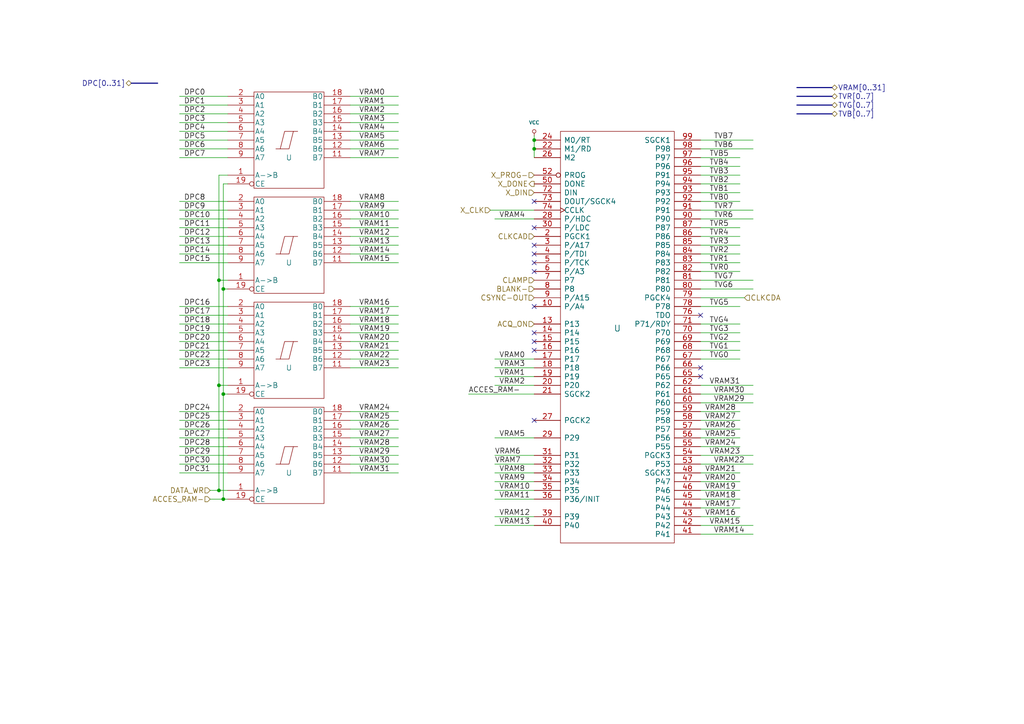
<source format=kicad_sch>
(kicad_sch (version 20220822) (generator eeschema)
  (paper "A4")
  (title_block (title "Video") (date "Sun 22 Mar 2015") (rev "2.0B") (company "Kicad EDA"))
  (lib_symbols
    (symbol "video_schlib:74LS245" (pin_names (offset 0.254))
      (property "Reference" "U" (at 2.54 14.605 0))
      (property "Value" "74LS245" (at 1.27 -14.605 0))
      (symbol "74LS245_0_0"
        (pin power_in line (at 0 -13.97 90) (length 0) hide (name "GND") (number "10"))
        (pin power_in line (at 0 13.97 270) (length 0) hide (name "VCC") (number "20"))
      )
      (symbol "74LS245_0_1"
        (rectangle (start -10.16 13.97) (end 10.16 -13.97))
        (polyline (pts (xy 1.27 2.54) (xy 0 -2.54) (xy -2.54 -2.54)))
        (polyline (pts (xy 2.54 2.54) (xy -1.27 2.54) (xy -2.54 -2.54) (xy -3.81 -2.54)))
      )
      (symbol "74LS245_1_1"
        (pin input line (at -17.78 -10.16 0) (length 7.62) (name "A->B") (number "1"))
        (pin tri_state line (at 17.78 -5.08 180) (length 7.62) (name "B7") (number "11"))
        (pin tri_state line (at 17.78 -2.54 180) (length 7.62) (name "B6") (number "12"))
        (pin tri_state line (at 17.78 0 180) (length 7.62) (name "B5") (number "13"))
        (pin tri_state line (at 17.78 2.54 180) (length 7.62) (name "B4") (number "14"))
        (pin tri_state line (at 17.78 5.08 180) (length 7.62) (name "B3") (number "15"))
        (pin tri_state line (at 17.78 7.62 180) (length 7.62) (name "B2") (number "16"))
        (pin tri_state line (at 17.78 10.16 180) (length 7.62) (name "B1") (number "17"))
        (pin tri_state line (at 17.78 12.7 180) (length 7.62) (name "B0") (number "18"))
        (pin input inverted (at -17.78 -12.7 0) (length 7.62) (name "CE") (number "19"))
        (pin tri_state line (at -17.78 12.7 0) (length 7.62) (name "A0") (number "2"))
        (pin tri_state line (at -17.78 10.16 0) (length 7.62) (name "A1") (number "3"))
        (pin tri_state line (at -17.78 7.62 0) (length 7.62) (name "A2") (number "4"))
        (pin tri_state line (at -17.78 5.08 0) (length 7.62) (name "A3") (number "5"))
        (pin tri_state line (at -17.78 2.54 0) (length 7.62) (name "A4") (number "6"))
        (pin tri_state line (at -17.78 0 0) (length 7.62) (name "A5") (number "7"))
        (pin tri_state line (at -17.78 -2.54 0) (length 7.62) (name "A6") (number "8"))
        (pin tri_state line (at -17.78 -5.08 0) (length 7.62) (name "A7") (number "9"))
      )
    )
    (symbol "video_schlib:VCC" (power) (pin_names (offset 0))
      (property "Value" "VCC" (at 0 2.54 0))
      (symbol "VCC_0_0"
        (pin power_in line (at 0 0 90) (length 0) hide (name "VCC") (number "1"))
      )
      (symbol "VCC_0_1"
        (polyline (pts (xy 0 0) (xy 0 0.762) (xy 0 0.762)))
        (circle (center 0 1.27) (radius 0.508))
      )
    )
    (symbol "video_schlib:XC4003-VQ100" (pin_names (offset 1.016))
      (property "Reference" "U" (at 0 2.54 0))
      (property "Value" "XC4003-VQ100" (at 0 -2.54 0))
      (symbol "XC4003-VQ100_0_1"
        (rectangle (start -16.51 -59.69) (end 16.51 59.69))
      )
      (symbol "XC4003-VQ100_1_1"
        (pin power_in line (at -13.97 -59.69 90) (length 0) hide (name "GND") (number "1"))
        (pin passive line (at -24.13 8.89 0) (length 7.62) (name "P/A4") (number "10"))
        (pin power_in line (at 3.81 59.69 270) (length 0) hide (name "VCC") (number "100"))
        (pin power_in line (at -11.43 -59.69 90) (length 0) hide (name "GND") (number "11"))
        (pin power_in line (at -13.97 59.69 270) (length 0) hide (name "VCC") (number "12"))
        (pin bidirectional line (at -24.13 3.81 0) (length 7.62) (name "P13") (number "13"))
        (pin passive line (at -24.13 1.27 0) (length 7.62) (name "P14") (number "14"))
        (pin passive line (at -24.13 -1.27 0) (length 7.62) (name "P15") (number "15"))
        (pin passive line (at -24.13 -3.81 0) (length 7.62) (name "P16") (number "16"))
        (pin passive line (at -24.13 -6.35 0) (length 7.62) (name "P17") (number "17"))
        (pin passive line (at -24.13 -8.89 0) (length 7.62) (name "P18") (number "18"))
        (pin passive line (at -24.13 -11.43 0) (length 7.62) (name "P19") (number "19"))
        (pin passive line (at -24.13 29.21 0) (length 7.62) (name "PGCK1") (number "2"))
        (pin passive line (at -24.13 -13.97 0) (length 7.62) (name "P20") (number "20"))
        (pin passive line (at -24.13 -16.51 0) (length 7.62) (name "SGCK2") (number "21"))
        (pin input line (at -24.13 54.61 0) (length 7.62) (name "M1/RD") (number "22"))
        (pin power_in line (at -8.89 -59.69 90) (length 0) hide (name "GND") (number "23"))
        (pin input line (at -24.13 57.15 0) (length 7.62) (name "M0/RT") (number "24"))
        (pin power_in line (at -11.43 59.69 270) (length 0) hide (name "VCC") (number "25"))
        (pin passive line (at -24.13 52.07 0) (length 7.62) (name "M2") (number "26"))
        (pin passive line (at -24.13 -24.13 0) (length 7.62) (name "PGCK2") (number "27"))
        (pin passive line (at -24.13 34.29 0) (length 7.62) (name "P/HDC") (number "28"))
        (pin passive line (at -24.13 -29.21 0) (length 7.62) (name "P29") (number "29"))
        (pin passive line (at -24.13 26.67 0) (length 7.62) (name "P/A17") (number "3"))
        (pin passive line (at -24.13 31.75 0) (length 7.62) (name "P/LDC") (number "30"))
        (pin passive line (at -24.13 -34.29 0) (length 7.62) (name "P31") (number "31"))
        (pin passive line (at -24.13 -36.83 0) (length 7.62) (name "P32") (number "32"))
        (pin passive line (at -24.13 -39.37 0) (length 7.62) (name "P33") (number "33"))
        (pin passive line (at -24.13 -41.91 0) (length 7.62) (name "P34") (number "34"))
        (pin passive line (at -24.13 -44.45 0) (length 7.62) (name "P35") (number "35"))
        (pin passive line (at -24.13 -46.99 0) (length 7.62) (name "P36/INIT") (number "36"))
        (pin power_in line (at -8.89 59.69 270) (length 0) hide (name "VCC") (number "37"))
        (pin power_in line (at -6.35 -59.69 90) (length 0) hide (name "GND") (number "38"))
        (pin passive line (at -24.13 -52.07 0) (length 7.62) (name "P39") (number "39"))
        (pin passive line (at -24.13 24.13 0) (length 7.62) (name "P/TDI") (number "4"))
        (pin passive line (at -24.13 -54.61 0) (length 7.62) (name "P40") (number "40"))
        (pin passive line (at 24.13 -57.15 180) (length 7.62) (name "P41") (number "41"))
        (pin passive line (at 24.13 -54.61 180) (length 7.62) (name "P42") (number "42"))
        (pin passive line (at 24.13 -52.07 180) (length 7.62) (name "P43") (number "43"))
        (pin passive line (at 24.13 -49.53 180) (length 7.62) (name "P44") (number "44"))
        (pin passive line (at 24.13 -46.99 180) (length 7.62) (name "P45") (number "45"))
        (pin passive line (at 24.13 -44.45 180) (length 7.62) (name "P46") (number "46"))
        (pin passive line (at 24.13 -41.91 180) (length 7.62) (name "P47") (number "47"))
        (pin passive line (at 24.13 -39.37 180) (length 7.62) (name "SGCK3") (number "48"))
        (pin power_in line (at -3.81 -59.69 90) (length 0) hide (name "GND") (number "49"))
        (pin passive line (at -24.13 21.59 0) (length 7.62) (name "P/TCK") (number "5"))
        (pin open_collector line (at -24.13 44.45 0) (length 7.62) (name "DONE") (number "50"))
        (pin power_in line (at -6.35 59.69 270) (length 0) hide (name "VCC") (number "51"))
        (pin input inverted (at -24.13 46.99 0) (length 7.62) (name "PROG") (number "52"))
        (pin bidirectional line (at 24.13 -36.83 180) (length 7.62) (name "P53") (number "53"))
        (pin bidirectional line (at 24.13 -34.29 180) (length 7.62) (name "PGCK3") (number "54"))
        (pin passive line (at 24.13 -31.75 180) (length 7.62) (name "P55") (number "55"))
        (pin bidirectional line (at 24.13 -29.21 180) (length 7.62) (name "P56") (number "56"))
        (pin passive line (at 24.13 -26.67 180) (length 7.62) (name "P57") (number "57"))
        (pin passive line (at 24.13 -24.13 180) (length 7.62) (name "P58") (number "58"))
        (pin passive line (at 24.13 -21.59 180) (length 7.62) (name "P59") (number "59"))
        (pin passive line (at -24.13 19.05 0) (length 7.62) (name "P/A3") (number "6"))
        (pin passive line (at 24.13 -19.05 180) (length 7.62) (name "P60") (number "60"))
        (pin passive line (at 24.13 -16.51 180) (length 7.62) (name "P61") (number "61"))
        (pin passive line (at 24.13 -13.97 180) (length 7.62) (name "P62") (number "62"))
        (pin power_in line (at -3.81 59.69 270) (length 0) hide (name "VCC") (number "63"))
        (pin power_in line (at -1.27 -59.69 90) (length 0) hide (name "GND") (number "64"))
        (pin passive line (at 24.13 -11.43 180) (length 7.62) (name "P65") (number "65"))
        (pin passive line (at 24.13 -8.89 180) (length 7.62) (name "P66") (number "66"))
        (pin passive line (at 24.13 -6.35 180) (length 7.62) (name "P67") (number "67"))
        (pin passive line (at 24.13 -3.81 180) (length 7.62) (name "P68") (number "68"))
        (pin passive line (at 24.13 -1.27 180) (length 7.62) (name "P69") (number "69"))
        (pin passive line (at -24.13 16.51 0) (length 7.62) (name "P7") (number "7"))
        (pin passive line (at 24.13 1.27 180) (length 7.62) (name "P70") (number "70"))
        (pin passive line (at 24.13 3.81 180) (length 7.62) (name "P71/RDY") (number "71"))
        (pin passive line (at -24.13 41.91 0) (length 7.62) (name "DIN") (number "72"))
        (pin passive line (at -24.13 39.37 0) (length 7.62) (name "DOUT/SGCK4") (number "73"))
        (pin input clock (at -24.13 36.83 0) (length 7.62) (name "CCLK") (number "74"))
        (pin power_in line (at -1.27 59.69 270) (length 0) hide (name "VCC") (number "75"))
        (pin output line (at 24.13 6.35 180) (length 7.62) (name "TDO") (number "76"))
        (pin power_in line (at 1.27 -59.69 90) (length 0) hide (name "GND") (number "77"))
        (pin passive line (at 24.13 8.89 180) (length 7.62) (name "P78") (number "78"))
        (pin passive line (at 24.13 11.43 180) (length 7.62) (name "PGCK4") (number "79"))
        (pin passive line (at -24.13 13.97 0) (length 7.62) (name "P8") (number "8"))
        (pin passive line (at 24.13 13.97 180) (length 7.62) (name "P80") (number "80"))
        (pin passive line (at 24.13 16.51 180) (length 7.62) (name "P81") (number "81"))
        (pin passive line (at 24.13 19.05 180) (length 7.62) (name "P82") (number "82"))
        (pin passive line (at 24.13 21.59 180) (length 7.62) (name "P83") (number "83"))
        (pin passive line (at 24.13 24.13 180) (length 7.62) (name "P84") (number "84"))
        (pin passive line (at 24.13 26.67 180) (length 7.62) (name "P85") (number "85"))
        (pin passive line (at 24.13 29.21 180) (length 7.62) (name "P86") (number "86"))
        (pin passive line (at 24.13 31.75 180) (length 7.62) (name "P87") (number "87"))
        (pin power_in line (at 3.81 -59.69 90) (length 0) hide (name "GND") (number "88"))
        (pin power_in line (at 1.27 59.69 270) (length 0) hide (name "VCC") (number "89"))
        (pin passive line (at -24.13 11.43 0) (length 7.62) (name "P/A15") (number "9"))
        (pin bidirectional line (at 24.13 34.29 180) (length 7.62) (name "P90") (number "90"))
        (pin passive line (at 24.13 36.83 180) (length 7.62) (name "P91") (number "91"))
        (pin passive line (at 24.13 39.37 180) (length 7.62) (name "P92") (number "92"))
        (pin passive line (at 24.13 41.91 180) (length 7.62) (name "P93") (number "93"))
        (pin passive line (at 24.13 44.45 180) (length 7.62) (name "P94") (number "94"))
        (pin passive line (at 24.13 46.99 180) (length 7.62) (name "P91") (number "95"))
        (pin passive line (at 24.13 49.53 180) (length 7.62) (name "P96") (number "96"))
        (pin passive line (at 24.13 52.07 180) (length 7.62) (name "P97") (number "97"))
        (pin bidirectional line (at 24.13 54.61 180) (length 7.62) (name "P98") (number "98"))
        (pin bidirectional line (at 24.13 57.15 180) (length 7.62) (name "SGCK1") (number "99"))
      )
    )
  )
  (junction (at 154.94 40.64) (diameter 0.9144))
  (junction (at 64.77 144.78) (diameter 0.9144))
  (junction (at 63.5 81.28) (diameter 0.9144))
  (junction (at 154.94 43.18) (diameter 0.9144))
  (junction (at 64.77 114.3) (diameter 0.9144))
  (junction (at 63.5 111.76) (diameter 0.9144))
  (junction (at 64.77 83.82) (diameter 0.9144))
  (junction (at 63.5 142.24) (diameter 0.9144))
  (no_connect (at 154.94 96.52))
  (no_connect (at 154.94 58.42))
  (no_connect (at 154.94 73.66))
  (no_connect (at 154.94 78.74))
  (no_connect (at 154.94 66.04))
  (no_connect (at 154.94 71.12))
  (no_connect (at 203.2 109.22))
  (no_connect (at 203.2 91.44))
  (no_connect (at 154.94 88.9))
  (no_connect (at 154.94 76.2))
  (no_connect (at 203.2 106.68))
  (no_connect (at 154.94 121.92))
  (no_connect (at 154.94 99.06))
  (no_connect (at 154.94 101.6))
  (wire (pts (xy 66.04 101.6) (xy 52.07 101.6)))
  (wire (pts (xy 143.51 149.86) (xy 154.94 149.86)))
  (wire (pts (xy 101.6 93.98) (xy 115.57 93.98)))
  (wire (pts (xy 154.94 40.64) (xy 154.94 39.37)))
  (wire (pts (xy 203.2 93.98) (xy 214.63 93.98)))
  (wire (pts (xy 203.2 101.6) (xy 214.63 101.6)))
  (wire (pts (xy 154.94 43.18) (xy 154.94 40.64)))
  (wire (pts (xy 143.51 127) (xy 154.94 127)))
  (wire (pts (xy 63.5 50.8) (xy 66.04 50.8)))
  (wire (pts (xy 143.51 144.78) (xy 154.94 144.78)))
  (wire (pts (xy 63.5 142.24) (xy 66.04 142.24)))
  (wire (pts (xy 66.04 63.5) (xy 52.07 63.5)))
  (wire (pts (xy 154.94 45.72) (xy 154.94 43.18)))
  (wire (pts (xy 101.6 45.72) (xy 115.57 45.72)))
  (wire (pts (xy 66.04 45.72) (xy 52.07 45.72)))
  (wire (pts (xy 66.04 66.04) (xy 52.07 66.04)))
  (wire (pts (xy 66.04 27.94) (xy 52.07 27.94)))
  (wire (pts (xy 66.04 58.42) (xy 52.07 58.42)))
  (wire (pts (xy 101.6 58.42) (xy 115.57 58.42)))
  (wire (pts (xy 101.6 134.62) (xy 115.57 134.62)))
  (wire (pts (xy 64.77 83.82) (xy 64.77 53.34)))
  (wire (pts (xy 203.2 45.72) (xy 214.63 45.72)))
  (wire (pts (xy 203.2 121.92) (xy 214.63 121.92)))
  (wire (pts (xy 218.44 81.28) (xy 203.2 81.28)))
  (wire (pts (xy 203.2 139.7) (xy 214.63 139.7)))
  (bus (pts (xy 231.14 25.4) (xy 241.3 25.4)))
  (wire (pts (xy 203.2 88.9) (xy 214.63 88.9)))
  (wire (pts (xy 218.44 152.4) (xy 203.2 152.4)))
  (wire (pts (xy 66.04 88.9) (xy 52.07 88.9)))
  (wire (pts (xy 218.44 114.3) (xy 203.2 114.3)))
  (wire (pts (xy 66.04 83.82) (xy 64.77 83.82)))
  (wire (pts (xy 66.04 30.48) (xy 52.07 30.48)))
  (wire (pts (xy 66.04 132.08) (xy 52.07 132.08)))
  (wire (pts (xy 154.94 60.96) (xy 142.24 60.96)))
  (wire (pts (xy 101.6 91.44) (xy 115.57 91.44)))
  (wire (pts (xy 101.6 101.6) (xy 115.57 101.6)))
  (wire (pts (xy 66.04 73.66) (xy 52.07 73.66)))
  (wire (pts (xy 66.04 35.56) (xy 52.07 35.56)))
  (wire (pts (xy 143.51 111.76) (xy 154.94 111.76)))
  (wire (pts (xy 143.51 152.4) (xy 154.94 152.4)))
  (wire (pts (xy 203.2 78.74) (xy 214.63 78.74)))
  (wire (pts (xy 203.2 124.46) (xy 214.63 124.46)))
  (wire (pts (xy 101.6 35.56) (xy 115.57 35.56)))
  (bus (pts (xy 231.14 30.48) (xy 241.3 30.48)))
  (wire (pts (xy 101.6 63.5) (xy 115.57 63.5)))
  (wire (pts (xy 101.6 73.66) (xy 115.57 73.66)))
  (wire (pts (xy 203.2 127) (xy 214.63 127)))
  (wire (pts (xy 66.04 127) (xy 52.07 127)))
  (wire (pts (xy 218.44 132.08) (xy 203.2 132.08)))
  (wire (pts (xy 66.04 119.38) (xy 52.07 119.38)))
  (wire (pts (xy 63.5 111.76) (xy 63.5 81.28)))
  (wire (pts (xy 101.6 137.16) (xy 115.57 137.16)))
  (wire (pts (xy 64.77 114.3) (xy 64.77 83.82)))
  (wire (pts (xy 101.6 43.18) (xy 115.57 43.18)))
  (wire (pts (xy 66.04 114.3) (xy 64.77 114.3)))
  (wire (pts (xy 101.6 66.04) (xy 115.57 66.04)))
  (wire (pts (xy 101.6 121.92) (xy 115.57 121.92)))
  (wire (pts (xy 203.2 66.04) (xy 214.63 66.04)))
  (wire (pts (xy 218.44 111.76) (xy 203.2 111.76)))
  (wire (pts (xy 64.77 53.34) (xy 66.04 53.34)))
  (wire (pts (xy 203.2 144.78) (xy 214.63 144.78)))
  (wire (pts (xy 101.6 124.46) (xy 115.57 124.46)))
  (wire (pts (xy 218.44 43.18) (xy 203.2 43.18)))
  (wire (pts (xy 66.04 93.98) (xy 52.07 93.98)))
  (wire (pts (xy 203.2 50.8) (xy 214.63 50.8)))
  (wire (pts (xy 66.04 121.92) (xy 52.07 121.92)))
  (wire (pts (xy 203.2 73.66) (xy 214.63 73.66)))
  (wire (pts (xy 203.2 99.06) (xy 214.63 99.06)))
  (wire (pts (xy 66.04 99.06) (xy 52.07 99.06)))
  (wire (pts (xy 66.04 68.58) (xy 52.07 68.58)))
  (wire (pts (xy 66.04 91.44) (xy 52.07 91.44)))
  (wire (pts (xy 203.2 68.58) (xy 214.63 68.58)))
  (wire (pts (xy 66.04 104.14) (xy 52.07 104.14)))
  (wire (pts (xy 203.2 53.34) (xy 214.63 53.34)))
  (wire (pts (xy 203.2 104.14) (xy 214.63 104.14)))
  (wire (pts (xy 60.96 142.24) (xy 63.5 142.24)))
  (wire (pts (xy 203.2 129.54) (xy 214.63 129.54)))
  (wire (pts (xy 66.04 124.46) (xy 52.07 124.46)))
  (wire (pts (xy 218.44 60.96) (xy 203.2 60.96)))
  (wire (pts (xy 203.2 119.38) (xy 214.63 119.38)))
  (wire (pts (xy 66.04 96.52) (xy 52.07 96.52)))
  (wire (pts (xy 101.6 104.14) (xy 115.57 104.14)))
  (wire (pts (xy 218.44 63.5) (xy 203.2 63.5)))
  (wire (pts (xy 66.04 38.1) (xy 52.07 38.1)))
  (wire (pts (xy 203.2 55.88) (xy 214.63 55.88)))
  (wire (pts (xy 143.51 142.24) (xy 154.94 142.24)))
  (wire (pts (xy 203.2 137.16) (xy 214.63 137.16)))
  (wire (pts (xy 203.2 48.26) (xy 214.63 48.26)))
  (wire (pts (xy 143.51 139.7) (xy 154.94 139.7)))
  (wire (pts (xy 101.6 132.08) (xy 115.57 132.08)))
  (wire (pts (xy 101.6 88.9) (xy 115.57 88.9)))
  (wire (pts (xy 101.6 99.06) (xy 115.57 99.06)))
  (wire (pts (xy 63.5 142.24) (xy 63.5 111.76)))
  (wire (pts (xy 66.04 43.18) (xy 52.07 43.18)))
  (wire (pts (xy 203.2 147.32) (xy 214.63 147.32)))
  (wire (pts (xy 101.6 33.02) (xy 115.57 33.02)))
  (wire (pts (xy 101.6 106.68) (xy 115.57 106.68)))
  (wire (pts (xy 66.04 60.96) (xy 52.07 60.96)))
  (wire (pts (xy 101.6 30.48) (xy 115.57 30.48)))
  (wire (pts (xy 66.04 106.68) (xy 52.07 106.68)))
  (wire (pts (xy 218.44 40.64) (xy 203.2 40.64)))
  (wire (pts (xy 143.51 106.68) (xy 154.94 106.68)))
  (bus (pts (xy 231.14 33.02) (xy 241.3 33.02)))
  (wire (pts (xy 101.6 96.52) (xy 115.57 96.52)))
  (bus (pts (xy 38.1 24.13) (xy 45.72 24.13)))
  (wire (pts (xy 203.2 76.2) (xy 214.63 76.2)))
  (wire (pts (xy 66.04 144.78) (xy 64.77 144.78)))
  (wire (pts (xy 101.6 129.54) (xy 115.57 129.54)))
  (wire (pts (xy 203.2 96.52) (xy 214.63 96.52)))
  (wire (pts (xy 101.6 127) (xy 115.57 127)))
  (wire (pts (xy 66.04 129.54) (xy 52.07 129.54)))
  (wire (pts (xy 218.44 83.82) (xy 203.2 83.82)))
  (wire (pts (xy 66.04 137.16) (xy 52.07 137.16)))
  (wire (pts (xy 66.04 33.02) (xy 52.07 33.02)))
  (wire (pts (xy 66.04 40.64) (xy 52.07 40.64)))
  (wire (pts (xy 64.77 144.78) (xy 64.77 114.3)))
  (wire (pts (xy 154.94 134.62) (xy 143.51 134.62)))
  (wire (pts (xy 101.6 38.1) (xy 115.57 38.1)))
  (wire (pts (xy 203.2 142.24) (xy 214.63 142.24)))
  (wire (pts (xy 218.44 154.94) (xy 203.2 154.94)))
  (wire (pts (xy 143.51 109.22) (xy 154.94 109.22)))
  (wire (pts (xy 203.2 86.36) (xy 215.9 86.36)))
  (wire (pts (xy 64.77 144.78) (xy 60.96 144.78)))
  (wire (pts (xy 101.6 119.38) (xy 115.57 119.38)))
  (wire (pts (xy 101.6 40.64) (xy 115.57 40.64)))
  (wire (pts (xy 101.6 60.96) (xy 115.57 60.96)))
  (wire (pts (xy 154.94 114.3) (xy 135.89 114.3)))
  (wire (pts (xy 143.51 137.16) (xy 154.94 137.16)))
  (wire (pts (xy 66.04 81.28) (xy 63.5 81.28)))
  (wire (pts (xy 203.2 71.12) (xy 214.63 71.12)))
  (wire (pts (xy 66.04 134.62) (xy 52.07 134.62)))
  (wire (pts (xy 101.6 76.2) (xy 115.57 76.2)))
  (wire (pts (xy 66.04 76.2) (xy 52.07 76.2)))
  (wire (pts (xy 203.2 58.42) (xy 214.63 58.42)))
  (wire (pts (xy 66.04 111.76) (xy 63.5 111.76)))
  (wire (pts (xy 63.5 81.28) (xy 63.5 50.8)))
  (wire (pts (xy 66.04 71.12) (xy 52.07 71.12)))
  (wire (pts (xy 101.6 68.58) (xy 115.57 68.58)))
  (wire (pts (xy 143.51 63.5) (xy 154.94 63.5)))
  (wire (pts (xy 101.6 27.94) (xy 115.57 27.94)))
  (wire (pts (xy 101.6 71.12) (xy 115.57 71.12)))
  (wire (pts (xy 218.44 116.84) (xy 203.2 116.84)))
  (wire (pts (xy 143.51 104.14) (xy 154.94 104.14)))
  (wire (pts (xy 218.44 134.62) (xy 203.2 134.62)))
  (wire (pts (xy 203.2 149.86) (xy 214.63 149.86)))
  (bus (pts (xy 231.14 27.94) (xy 241.3 27.94)))
  (wire (pts (xy 154.94 132.08) (xy 143.51 132.08)))
  (label "DPC1" (at 53.34 30.48 0) (effects (font (size 1.524 1.524))))
  (label "VRAM10" (at 144.78 142.24 0) (effects (font (size 1.524 1.524))))
  (label "TVR2" (at 205.74 73.66 0) (effects (font (size 1.524 1.524))))
  (label "VRAM30" (at 104.14 134.62 0) (effects (font (size 1.524 1.524))))
  (label "TVB4" (at 205.74 48.26 0) (effects (font (size 1.524 1.524))))
  (label "VRAM24" (at 204.47 129.54 0) (effects (font (size 1.524 1.524))))
  (label "VRAM8" (at 104.14 58.42 0) (effects (font (size 1.524 1.524))))
  (label "DPC27" (at 53.34 127 0) (effects (font (size 1.524 1.524))))
  (label "TVR0" (at 205.74 78.74 0) (effects (font (size 1.524 1.524))))
  (label "VRAM5" (at 104.14 40.64 0) (effects (font (size 1.524 1.524))))
  (label "TVB0" (at 205.74 58.42 0) (effects (font (size 1.524 1.524))))
  (label "DPC17" (at 53.34 91.44 0) (effects (font (size 1.524 1.524))))
  (label "DPC3" (at 53.34 35.56 0) (effects (font (size 1.524 1.524))))
  (label "VRAM8" (at 144.78 137.16 0) (effects (font (size 1.524 1.524))))
  (label "VRAM27" (at 204.47 121.92 0) (effects (font (size 1.524 1.524))))
  (label "VRAM11" (at 144.78 144.78 0) (effects (font (size 1.524 1.524))))
  (label "VRAM21" (at 104.14 101.6 0) (effects (font (size 1.524 1.524))))
  (label "VRAM14" (at 207.01 154.94 0) (effects (font (size 1.524 1.524))))
  (label "VRAM11" (at 104.14 66.04 0) (effects (font (size 1.524 1.524))))
  (label "VRAM20" (at 104.14 99.06 0) (effects (font (size 1.524 1.524))))
  (label "VRAM24" (at 104.14 119.38 0) (effects (font (size 1.524 1.524))))
  (label "DPC16" (at 53.34 88.9 0) (effects (font (size 1.524 1.524))))
  (label "VRAM9" (at 104.14 60.96 0) (effects (font (size 1.524 1.524))))
  (label "VRAM22" (at 207.01 134.62 0) (effects (font (size 1.524 1.524))))
  (label "VRAM5" (at 144.78 127 0) (effects (font (size 1.524 1.524))))
  (label "VRAM19" (at 204.47 142.24 0) (effects (font (size 1.524 1.524))))
  (label "TVG2" (at 205.74 99.06 0) (effects (font (size 1.524 1.524))))
  (label "VRAM17" (at 204.47 147.32 0) (effects (font (size 1.524 1.524))))
  (label "TVB7" (at 207.01 40.64 0) (effects (font (size 1.524 1.524))))
  (label "DPC18" (at 53.34 93.98 0) (effects (font (size 1.524 1.524))))
  (label "VRAM12" (at 144.78 149.86 0) (effects (font (size 1.524 1.524))))
  (label "VRAM3" (at 144.78 106.68 0) (effects (font (size 1.524 1.524))))
  (label "VRAM25" (at 104.14 121.92 0) (effects (font (size 1.524 1.524))))
  (label "VRAM30" (at 207.01 114.3 0) (effects (font (size 1.524 1.524))))
  (label "TVR4" (at 205.74 68.58 0) (effects (font (size 1.524 1.524))))
  (label "TVR5" (at 205.74 66.04 0) (effects (font (size 1.524 1.524))))
  (label "TVG4" (at 205.74 93.98 0) (effects (font (size 1.524 1.524))))
  (label "DPC20" (at 53.34 99.06 0) (effects (font (size 1.524 1.524))))
  (label "VRAM22" (at 104.14 104.14 0) (effects (font (size 1.524 1.524))))
  (label "DPC25" (at 53.34 121.92 0) (effects (font (size 1.524 1.524))))
  (label "VRAM12" (at 104.14 68.58 0) (effects (font (size 1.524 1.524))))
  (label "DPC6" (at 53.34 43.18 0) (effects (font (size 1.524 1.524))))
  (label "VRAM0" (at 144.78 104.14 0) (effects (font (size 1.524 1.524))))
  (label "TVB1" (at 205.74 55.88 0) (effects (font (size 1.524 1.524))))
  (label "DPC24" (at 53.34 119.38 0) (effects (font (size 1.524 1.524))))
  (label "VRAM27" (at 104.14 127 0) (effects (font (size 1.524 1.524))))
  (label "VRAM4" (at 104.14 38.1 0) (effects (font (size 1.524 1.524))))
  (label "VRAM23" (at 205.74 132.08 0) (effects (font (size 1.524 1.524))))
  (label "DPC10" (at 53.34 63.5 0) (effects (font (size 1.524 1.524))))
  (label "DPC12" (at 53.34 68.58 0) (effects (font (size 1.524 1.524))))
  (label "TVG5" (at 205.74 88.9 0) (effects (font (size 1.524 1.524))))
  (label "VRAM9" (at 144.78 139.7 0) (effects (font (size 1.524 1.524))))
  (label "VRAM31" (at 205.74 111.76 0) (effects (font (size 1.524 1.524))))
  (label "DPC0" (at 53.34 27.94 0) (effects (font (size 1.524 1.524))))
  (label "VRAM20" (at 204.47 139.7 0) (effects (font (size 1.524 1.524))))
  (label "DPC15" (at 53.34 76.2 0) (effects (font (size 1.524 1.524))))
  (label "TVB3" (at 205.74 50.8 0) (effects (font (size 1.524 1.524))))
  (label "DPC5" (at 53.34 40.64 0) (effects (font (size 1.524 1.524))))
  (label "VRAM0" (at 104.14 27.94 0) (effects (font (size 1.524 1.524))))
  (label "DPC29" (at 53.34 132.08 0) (effects (font (size 1.524 1.524))))
  (label "VRAM6" (at 143.51 132.08 0) (effects (font (size 1.524 1.524))))
  (label "VRAM16" (at 204.47 149.86 0) (effects (font (size 1.524 1.524))))
  (label "VRAM1" (at 104.14 30.48 0) (effects (font (size 1.524 1.524))))
  (label "VRAM18" (at 204.47 144.78 0) (effects (font (size 1.524 1.524))))
  (label "VRAM29" (at 104.14 132.08 0) (effects (font (size 1.524 1.524))))
  (label "VRAM18" (at 104.14 93.98 0) (effects (font (size 1.524 1.524))))
  (label "VRAM26" (at 104.14 124.46 0) (effects (font (size 1.524 1.524))))
  (label "TVG7" (at 207.01 81.28 0) (effects (font (size 1.524 1.524))))
  (label "VRAM6" (at 104.14 43.18 0) (effects (font (size 1.524 1.524))))
  (label "DPC28" (at 53.34 129.54 0) (effects (font (size 1.524 1.524))))
  (label "VRAM7" (at 104.14 45.72 0) (effects (font (size 1.524 1.524))))
  (label "VRAM7" (at 143.51 134.62 0) (effects (font (size 1.524 1.524))))
  (label "VRAM2" (at 144.78 111.76 0) (effects (font (size 1.524 1.524))))
  (label "VRAM14" (at 104.14 73.66 0) (effects (font (size 1.524 1.524))))
  (label "TVR3" (at 205.74 71.12 0) (effects (font (size 1.524 1.524))))
  (label "VRAM29" (at 207.01 116.84 0) (effects (font (size 1.524 1.524))))
  (label "DPC11" (at 53.34 66.04 0) (effects (font (size 1.524 1.524))))
  (label "VRAM2" (at 104.14 33.02 0) (effects (font (size 1.524 1.524))))
  (label "DPC8" (at 53.34 58.42 0) (effects (font (size 1.524 1.524))))
  (label "DPC7" (at 53.34 45.72 0) (effects (font (size 1.524 1.524))))
  (label "TVB6" (at 207.01 43.18 0) (effects (font (size 1.524 1.524))))
  (label "DPC19" (at 53.34 96.52 0) (effects (font (size 1.524 1.524))))
  (label "DPC14" (at 53.34 73.66 0) (effects (font (size 1.524 1.524))))
  (label "DPC31" (at 53.34 137.16 0) (effects (font (size 1.524 1.524))))
  (label "VRAM13" (at 104.14 71.12 0) (effects (font (size 1.524 1.524))))
  (label "TVB5" (at 205.74 45.72 0) (effects (font (size 1.524 1.524))))
  (label "VRAM28" (at 204.47 119.38 0) (effects (font (size 1.524 1.524))))
  (label "TVR6" (at 207.01 63.5 0) (effects (font (size 1.524 1.524))))
  (label "DPC23" (at 53.34 106.68 0) (effects (font (size 1.524 1.524))))
  (label "DPC21" (at 53.34 101.6 0) (effects (font (size 1.524 1.524))))
  (label "VRAM1" (at 144.78 109.22 0) (effects (font (size 1.524 1.524))))
  (label "VRAM28" (at 104.14 129.54 0) (effects (font (size 1.524 1.524))))
  (label "TVR1" (at 205.74 76.2 0) (effects (font (size 1.524 1.524))))
  (label "VRAM15" (at 104.14 76.2 0) (effects (font (size 1.524 1.524))))
  (label "DPC26" (at 53.34 124.46 0) (effects (font (size 1.524 1.524))))
  (label "TVG0" (at 205.74 104.14 0) (effects (font (size 1.524 1.524))))
  (label "VRAM4" (at 144.78 63.5 0) (effects (font (size 1.524 1.524))))
  (label "TVR7" (at 207.01 60.96 0) (effects (font (size 1.524 1.524))))
  (label "TVG6" (at 207.01 83.82 0) (effects (font (size 1.524 1.524))))
  (label "VRAM3" (at 104.14 35.56 0) (effects (font (size 1.524 1.524))))
  (label "DPC2" (at 53.34 33.02 0) (effects (font (size 1.524 1.524))))
  (label "DPC13" (at 53.34 71.12 0) (effects (font (size 1.524 1.524))))
  (label "VRAM31" (at 104.14 137.16 0) (effects (font (size 1.524 1.524))))
  (label "ACCES_RAM-" (at 135.89 114.3 0) (effects (font (size 1.524 1.524))))
  (label "TVB2" (at 205.74 53.34 0) (effects (font (size 1.524 1.524))))
  (label "VRAM16" (at 104.14 88.9 0) (effects (font (size 1.524 1.524))))
  (label "DPC30" (at 53.34 134.62 0) (effects (font (size 1.524 1.524))))
  (label "TVG1" (at 205.74 101.6 0) (effects (font (size 1.524 1.524))))
  (label "VRAM26" (at 204.47 124.46 0) (effects (font (size 1.524 1.524))))
  (label "DPC4" (at 53.34 38.1 0) (effects (font (size 1.524 1.524))))
  (label "VRAM17" (at 104.14 91.44 0) (effects (font (size 1.524 1.524))))
  (label "VRAM23" (at 104.14 106.68 0) (effects (font (size 1.524 1.524))))
  (label "VRAM15" (at 205.74 152.4 0) (effects (font (size 1.524 1.524))))
  (label "VRAM13" (at 144.78 152.4 0) (effects (font (size 1.524 1.524))))
  (label "VRAM21" (at 204.47 137.16 0) (effects (font (size 1.524 1.524))))
  (label "TVG3" (at 205.74 96.52 0) (effects (font (size 1.524 1.524))))
  (label "DPC9" (at 53.34 60.96 0) (effects (font (size 1.524 1.524))))
  (label "VRAM19" (at 104.14 96.52 0) (effects (font (size 1.524 1.524))))
  (label "VRAM25" (at 204.47 127 0) (effects (font (size 1.524 1.524))))
  (label "VRAM10" (at 104.14 63.5 0) (effects (font (size 1.524 1.524))))
  (label "DPC22" (at 53.34 104.14 0) (effects (font (size 1.524 1.524))))
  (hierarchical_label "X_CLK" (shape input) (at 142.24 60.96 180) (effects (font (size 1.524 1.524))))
  (hierarchical_label "CSYNC-OUT" (shape input) (at 154.94 86.36 180) (effects (font (size 1.524 1.524))))
  (hierarchical_label "CLAMP" (shape input) (at 154.94 81.28 180) (effects (font (size 1.524 1.524))))
  (hierarchical_label "TVG[0..7]" (shape bidirectional) (at 241.3 30.48 0) (effects (font (size 1.524 1.524))))
  (hierarchical_label "TVR[0..7]" (shape bidirectional) (at 241.3 27.94 0) (effects (font (size 1.524 1.524))))
  (hierarchical_label "X_PROG-" (shape input) (at 154.94 50.8 180) (effects (font (size 1.524 1.524))))
  (hierarchical_label "TVB[0..7]" (shape bidirectional) (at 241.3 33.02 0) (effects (font (size 1.524 1.524))))
  (hierarchical_label "CLKCAD" (shape input) (at 154.94 68.58 180) (effects (font (size 1.524 1.524))))
  (hierarchical_label "X_DONE" (shape output) (at 154.94 53.34 180) (effects (font (size 1.524 1.524))))
  (hierarchical_label "ACQ_ON" (shape input) (at 154.94 93.98 180) (effects (font (size 1.524 1.524))))
  (hierarchical_label "X_DIN" (shape input) (at 154.94 55.88 180) (effects (font (size 1.524 1.524))))
  (hierarchical_label "DPC[0..31]" (shape bidirectional) (at 38.1 24.13 180) (effects (font (size 1.524 1.524))))
  (hierarchical_label "DATA_WR" (shape input) (at 60.96 142.24 180) (effects (font (size 1.524 1.524))))
  (hierarchical_label "VRAM[0..31]" (shape bidirectional) (at 241.3 25.4 0) (effects (font (size 1.524 1.524))))
  (hierarchical_label "ACCES_RAM-" (shape input) (at 60.96 144.78 180) (effects (font (size 1.524 1.524))))
  (hierarchical_label "CLKCDA" (shape input) (at 215.9 86.36 0) (effects (font (size 1.524 1.524))))
  (hierarchical_label "BLANK-" (shape input) (at 154.94 83.82 180) (effects (font (size 1.524 1.524))))
  (symbol (lib_id "video_schlib:XC4003-VQ100") (at 179.07 97.79 0) (unit 1)
    (default_instance (reference "U") (unit 1) (value "") (footprint ""))
    (property "Reference" "U" (at 179.07 95.25 0) (effects (font (size 1.778 1.778))))
  )
  (symbol (lib_id "video_schlib:VCC") (at 154.94 39.37 0) (unit 1)
    (default_instance (reference "U") (unit 1) (value "") (footprint ""))
    (property "Reference" "U" (effects hide))
  )
  (symbol (lib_id "video_schlib:74LS245") (at 83.82 40.64 0) (unit 1)
    (default_instance (reference "U") (unit 1) (value "") (footprint ""))
    (property "Reference" "U" (at 83.82 45.72 0) (effects (font (size 1.524 1.524))))
  )
  (symbol (lib_id "video_schlib:74LS245") (at 83.82 132.08 0) (unit 1)
    (default_instance (reference "U") (unit 1) (value "") (footprint ""))
    (property "Reference" "U" (at 83.82 137.16 0) (effects (font (size 1.524 1.524))))
  )
  (symbol (lib_id "video_schlib:74LS245") (at 83.82 101.6 0) (unit 1)
    (default_instance (reference "U") (unit 1) (value "") (footprint ""))
    (property "Reference" "U" (at 83.82 106.68 0) (effects (font (size 1.524 1.524))))
  )
  (symbol (lib_id "video_schlib:74LS245") (at 83.82 71.12 0) (unit 1)
    (default_instance (reference "U") (unit 1) (value "") (footprint ""))
    (property "Reference" "U" (at 83.82 76.2 0) (effects (font (size 1.524 1.524))))
  )
)
</source>
